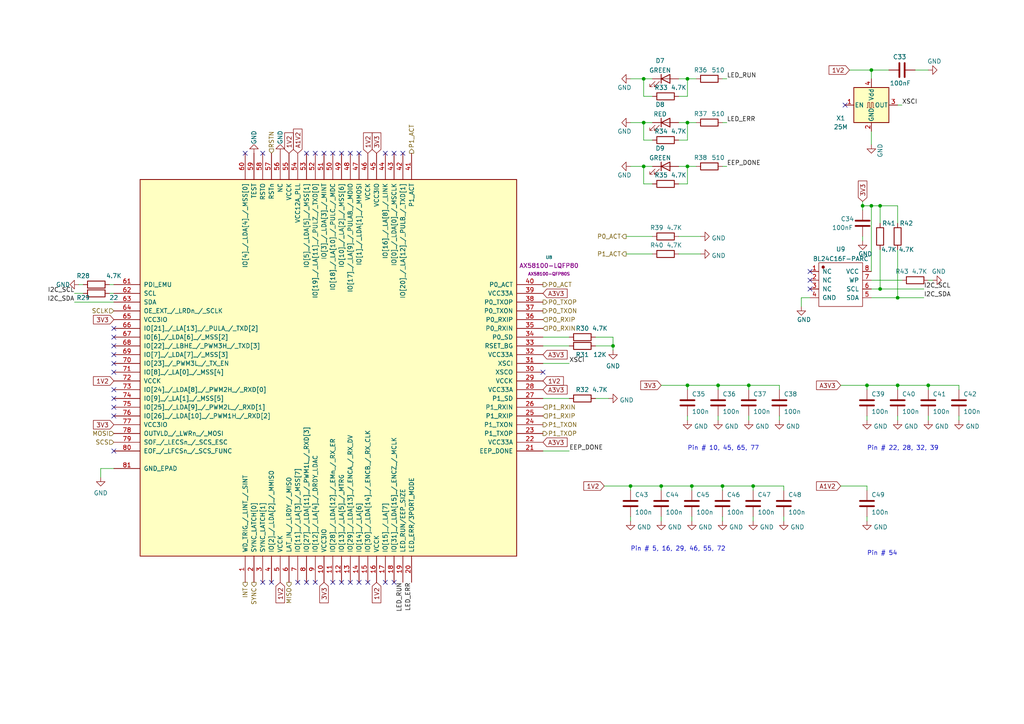
<source format=kicad_sch>
(kicad_sch (version 20211123) (generator eeschema)
  (paper "A4")
  (lib_symbols
    (symbol "Device:C" (pin_numbers hide) (pin_names (offset 0.254))
      (property "Reference" "C" (at 0.635 2.54 0))
      (property "Value" "C" (at 0.635 -2.54 0))
      (symbol "C_0_1"
        (polyline (pts (xy -2.032 -0.762) (xy 2.032 -0.762)) (stroke (width 0.508)))
        (polyline (pts (xy -2.032 0.762) (xy 2.032 0.762)) (stroke (width 0.508)))
      )
      (symbol "C_1_1"
        (pin passive line (at 0 3.81 270) (length 2.794) (name "~") (number "1"))
        (pin passive line (at 0 -3.81 90) (length 2.794) (name "~") (number "2"))
      )
    )
    (symbol "Device:LED" (pin_numbers hide) (pin_names (offset 1.016) hide)
      (property "Reference" "D" (at 0 2.54 0))
      (property "Value" "LED" (at 0 -2.54 0))
      (symbol "LED_0_1"
        (polyline (pts (xy -1.27 -1.27) (xy -1.27 1.27)) (stroke (width 0.254)))
        (polyline (pts (xy -1.27 0) (xy 1.27 0)))
        (polyline (pts (xy 1.27 -1.27) (xy 1.27 1.27) (xy -1.27 0) (xy 1.27 -1.27)) (stroke (width 0.254)))
        (polyline (pts (xy -3.048 -0.762) (xy -4.572 -2.286) (xy -3.81 -2.286) (xy -4.572 -2.286) (xy -4.572 -1.524)))
        (polyline (pts (xy -1.778 -0.762) (xy -3.302 -2.286) (xy -2.54 -2.286) (xy -3.302 -2.286) (xy -3.302 -1.524)))
      )
      (symbol "LED_1_1"
        (pin passive line (at -3.81 0 0) (length 2.54) (name "K") (number "1"))
        (pin passive line (at 3.81 0 180) (length 2.54) (name "A") (number "2"))
      )
    )
    (symbol "Device:R" (pin_numbers hide) (pin_names (offset 0))
      (property "Reference" "R" (at 2.032 0 90))
      (property "Value" "R" (at 0 0 90))
      (symbol "R_0_1"
        (rectangle (start -1.016 -2.54) (end 1.016 2.54) (stroke (width 0.254)))
      )
      (symbol "R_1_1"
        (pin passive line (at 0 3.81 270) (length 1.27) (name "~") (number "1"))
        (pin passive line (at 0 -3.81 90) (length 1.27) (name "~") (number "2"))
      )
    )
    (symbol "ECAT:AX58100-LQPF80" (pin_names (offset 1.016))
      (property "Reference" "U" (at -7.62 8.89 0))
      (property "user" "AX58100-LQFP80" (at 43.18 -50.8 0))
      (property "Comment" "AX58100-QFP80S" (at -3.81 8.89 0))
      (symbol "AX58100-LQPF80_1_1"
        (rectangle (start 0 -109.22) (end 109.22 0) (stroke (width 0.254)) (fill (type background)))
        (pin output line (at 30.48 -116.84 90) (length 7.62) (name "WD_TRIG_/_LINT_/_SINT") (number "1"))
        (pin power_in line (at 53.34 -116.84 90) (length 7.62) (name "VCC3IO") (number "10"))
        (pin bidirectional line (at 55.88 -116.84 90) (length 7.62) (name "IO[28]_/_LDA[12]_/_EMn_/_RX_ER") (number "11"))
        (pin bidirectional line (at 58.42 -116.84 90) (length 7.62) (name "IO[13]_/_LA[5]_/_MTRG") (number "12"))
        (pin bidirectional line (at 60.96 -116.84 90) (length 7.62) (name "IO[29]_/_LDA[13]_/_ENCA_/_RX_DV") (number "13"))
        (pin bidirectional line (at 63.5 -116.84 90) (length 7.62) (name "IO[14]_/_LA[6]") (number "14"))
        (pin bidirectional line (at 66.04 -116.84 90) (length 7.62) (name "IO[30]_/_LDA[14]_/_ENCB_/_RX_CLK") (number "15"))
        (pin power_in line (at 68.58 -116.84 90) (length 7.62) (name "VCCK") (number "16"))
        (pin bidirectional line (at 71.12 -116.84 90) (length 7.62) (name "IO[15]_/_LA[7]") (number "17"))
        (pin bidirectional line (at 73.66 -116.84 90) (length 7.62) (name "IO[31]_/_LDA[15]_/_ENCZ_/_MCLK") (number "18"))
        (pin output line (at 76.2 -116.84 90) (length 7.62) (name "LED_RUN/EEP_SIZE") (number "19"))
        (pin bidirectional line (at 33.02 -116.84 90) (length 7.62) (name "SYNC_LATCH[0]") (number "2"))
        (pin output line (at 78.74 -116.84 90) (length 7.62) (name "LED_ERR/3PORT_MODE") (number "20"))
        (pin output line (at 116.84 -78.74 180) (length 7.62) (name "EEP_DONE") (number "21"))
        (pin power_in line (at 116.84 -76.2 180) (length 7.62) (name "VCC33A") (number "22"))
        (pin output line (at 116.84 -73.66 180) (length 7.62) (name "P1_TXOP") (number "23"))
        (pin output line (at 116.84 -71.12 180) (length 7.62) (name "P1_TXON") (number "24"))
        (pin input line (at 116.84 -68.58 180) (length 7.62) (name "P1_RXIP") (number "25"))
        (pin input line (at 116.84 -66.04 180) (length 7.62) (name "P1_RXIN") (number "26"))
        (pin input line (at 116.84 -63.5 180) (length 7.62) (name "P1_SD") (number "27"))
        (pin power_in line (at 116.84 -60.96 180) (length 7.62) (name "VCC33A") (number "28"))
        (pin power_in line (at 116.84 -58.42 180) (length 7.62) (name "VCCK") (number "29"))
        (pin bidirectional line (at 35.56 -116.84 90) (length 7.62) (name "SYNC_LATCH[1]") (number "3"))
        (pin bidirectional line (at 116.84 -55.88 180) (length 7.62) (name "XSCO") (number "30"))
        (pin input line (at 116.84 -53.34 180) (length 7.62) (name "XSCI") (number "31"))
        (pin power_in line (at 116.84 -50.8 180) (length 7.62) (name "VCC33A") (number "32"))
        (pin bidirectional line (at 116.84 -48.26 180) (length 7.62) (name "RSET_BG") (number "33"))
        (pin input line (at 116.84 -45.72 180) (length 7.62) (name "P0_SD") (number "34"))
        (pin input line (at 116.84 -43.18 180) (length 7.62) (name "P0_RXIN") (number "35"))
        (pin input line (at 116.84 -40.64 180) (length 7.62) (name "P0_RXIP") (number "36"))
        (pin output line (at 116.84 -38.1 180) (length 7.62) (name "P0_TXON") (number "37"))
        (pin output line (at 116.84 -35.56 180) (length 7.62) (name "P0_TXOP") (number "38"))
        (pin power_in line (at 116.84 -33.02 180) (length 7.62) (name "VCC33A") (number "39"))
        (pin bidirectional line (at 38.1 -116.84 90) (length 7.62) (name "IO[2]_/_LDA[2]_/_MMISO") (number "4"))
        (pin output line (at 116.84 -30.48 180) (length 7.62) (name "P0_ACT") (number "40"))
        (pin output line (at 78.74 7.62 270) (length 7.62) (name "P1_ACT") (number "41"))
        (pin bidirectional line (at 76.2 7.62 270) (length 7.62) (name "IO[20]_/_LA[12]_/_PULB_/_TXD[1]") (number "42"))
        (pin bidirectional line (at 73.66 7.62 270) (length 7.62) (name "IO[0]_/_LDA[0]_/_MSCLK") (number "43"))
        (pin bidirectional line (at 71.12 7.62 270) (length 7.62) (name "IO[16]_/_LA[8]_/_LINK") (number "44"))
        (pin power_in line (at 68.58 7.62 270) (length 7.62) (name "VCC3IO") (number "45"))
        (pin power_in line (at 66.04 7.62 270) (length 7.62) (name "VCCK") (number "46"))
        (pin bidirectional line (at 63.5 7.62 270) (length 7.62) (name "IO[1]_/_LDA[1]_/_MMOSI") (number "47"))
        (pin bidirectional line (at 60.96 7.62 270) (length 7.62) (name "IO[17]_/_LA[9]_/_PULAB_/_MDIO") (number "48"))
        (pin bidirectional line (at 58.42 7.62 270) (length 7.62) (name "IO[10]_/_LA[2]_/_MSS[6]") (number "49"))
        (pin power_in line (at 40.64 -116.84 90) (length 7.62) (name "VCCK") (number "5"))
        (pin bidirectional line (at 55.88 7.62 270) (length 7.62) (name "IO[18]_/_LA[10]_/_PULC_/_MDC") (number "50"))
        (pin bidirectional line (at 53.34 7.62 270) (length 7.62) (name "IO[3]_/_LDA[3]_/_MINT") (number "51"))
        (pin bidirectional line (at 50.8 7.62 270) (length 7.62) (name "IO[19]_/_LA[11]_/_PULZ_/_TXD[0]") (number "52"))
        (pin bidirectional line (at 48.26 7.62 270) (length 7.62) (name "IO[5]_/_LDA[5]_/_MSS[1]") (number "53"))
        (pin power_in line (at 45.72 7.62 270) (length 7.62) (name "VCC12A_PLL") (number "54"))
        (pin power_in line (at 43.18 7.62 270) (length 7.62) (name "VCCK") (number "55"))
        (pin input line (at 40.64 7.62 270) (length 7.62) (name "NC") (number "56"))
        (pin input line (at 38.1 7.62 270) (length 7.62) (name "RSTn") (number "57"))
        (pin output line (at 35.56 7.62 270) (length 7.62) (name "RSTO") (number "58"))
        (pin input line (at 33.02 7.62 270) (length 7.62) (name "TEST") (number "59"))
        (pin bidirectional line (at 43.18 -116.84 90) (length 7.62) (name "LAT_IN_/_LRDY_/_MISO") (number "6"))
        (pin bidirectional line (at 30.48 7.62 270) (length 7.62) (name "IO[4]_/_LDA[4]_/_MSS[0]") (number "60"))
        (pin input line (at -7.62 -30.48 0) (length 7.62) (name "PDI_EMU") (number "61"))
        (pin output line (at -7.62 -33.02 0) (length 7.62) (name "SCL") (number "62"))
        (pin bidirectional line (at -7.62 -35.56 0) (length 7.62) (name "SDA") (number "63"))
        (pin input line (at -7.62 -38.1 0) (length 7.62) (name "OE_EXT_/_LRDn_/_SCLK") (number "64"))
        (pin power_in line (at -7.62 -40.64 0) (length 7.62) (name "VCC3IO") (number "65"))
        (pin bidirectional line (at -7.62 -43.18 0) (length 7.62) (name "IO[21]_/_LA[13]_/_PULA_/_TXD[2]") (number "66"))
        (pin bidirectional line (at -7.62 -45.72 0) (length 7.62) (name "IO[6]_/_LDA[6]_/_MSS[2]") (number "67"))
        (pin bidirectional line (at -7.62 -48.26 0) (length 7.62) (name "IO[22]_/_LBHE_/_PWM3H_/_TXD[3]") (number "68"))
        (pin bidirectional line (at -7.62 -50.8 0) (length 7.62) (name "IO[7]_/_LDA[7]_/_MSS[3]") (number "69"))
        (pin bidirectional line (at 45.72 -116.84 90) (length 7.62) (name "IO[11]_/_LA[3]_/_MSS[7]") (number "7"))
        (pin bidirectional line (at -7.62 -53.34 0) (length 7.62) (name "IO[23]_/_PWM3L_/_TX_EN") (number "70"))
        (pin bidirectional line (at -7.62 -55.88 0) (length 7.62) (name "IO[8]_/_LA[0]_/_MSS[4]") (number "71"))
        (pin power_in line (at -7.62 -58.42 0) (length 7.62) (name "VCCK") (number "72"))
        (pin bidirectional line (at -7.62 -60.96 0) (length 7.62) (name "IO[24]_/_LDA[8]_/_PWM2H_/_RXD[0]") (number "73"))
        (pin bidirectional line (at -7.62 -63.5 0) (length 7.62) (name "IO[9]_/_LA[1]_/_MSS[5]") (number "74"))
        (pin bidirectional line (at -7.62 -66.04 0) (length 7.62) (name "IO[25]_/_LDA[9]_/_PWM2L_/_RXD[1]") (number "75"))
        (pin bidirectional line (at -7.62 -68.58 0) (length 7.62) (name "IO[26]_/_LDA[10]_/_PWM1H_/_RXD[2]") (number "76"))
        (pin power_in line (at -7.62 -71.12 0) (length 7.62) (name "VCC3IO") (number "77"))
        (pin bidirectional line (at -7.62 -73.66 0) (length 7.62) (name "OUTVLD_/_LWRn_/_MOSI") (number "78"))
        (pin bidirectional line (at -7.62 -76.2 0) (length 7.62) (name "SOF_/_LECSn_/_SCS_ESC") (number "79"))
        (pin bidirectional line (at 48.26 -116.84 90) (length 7.62) (name "IO[27]_/_LDA[11]_/_PWM1L_/_RXD[3]") (number "8"))
        (pin bidirectional line (at -7.62 -78.74 0) (length 7.62) (name "EOF_/_LFCSn_/_SCS_FUNC") (number "80"))
        (pin power_in line (at -7.62 -83.82 0) (length 7.62) (name "GND_EPAD") (number "81"))
        (pin bidirectional line (at 50.8 -116.84 90) (length 7.62) (name "IO[12]_/_LA[4]_/_DRDY_LDAC") (number "9"))
      )
    )
    (symbol "ECAT:BL24C16F-PARC" (pin_names (offset 1.016))
      (property "Reference" "U" (at 0 8.9662 0))
      (property "Value" "BL24C16F-PARC" (at 0 14.0462 0))
      (symbol "BL24C16F-PARC_1_1"
        (rectangle (start -6.35 6.35) (end 6.35 -6.35) (stroke (width 0.1524)))
        (circle (center -5.08 5.08) (radius 0.381) (stroke (width 0.1524)) (fill (type outline)))
        (pin input line (at -8.89 3.81 0) (length 2.54) (name "NC") (number "1"))
        (pin input line (at -8.89 1.27 0) (length 2.54) (name "NC") (number "2"))
        (pin input line (at -8.89 -1.27 0) (length 2.54) (name "NC") (number "3"))
        (pin input line (at -8.89 -3.81 0) (length 2.54) (name "GND") (number "4"))
        (pin input line (at 8.89 -3.81 180) (length 2.54) (name "SDA") (number "5"))
        (pin input line (at 8.89 -1.27 180) (length 2.54) (name "SCL") (number "6"))
        (pin input line (at 8.89 1.27 180) (length 2.54) (name "WP") (number "7"))
        (pin input line (at 8.89 3.81 180) (length 2.54) (name "VCC") (number "8"))
      )
    )
    (symbol "Oscillator:ASE-xxxMHz" (pin_names (offset 0.254))
      (property "Reference" "X" (at -5.08 6.35 0))
      (property "Value" "ASE-xxxMHz" (at 1.27 -6.35 0))
      (symbol "ASE-xxxMHz_0_1"
        (rectangle (start -5.08 5.08) (end 5.08 -5.08) (stroke (width 0.254)) (fill (type background)))
        (polyline (pts (xy -1.27 -0.762) (xy -1.016 -0.762) (xy -1.016 0.762) (xy -0.508 0.762) (xy -0.508 -0.762) (xy 0 -0.762) (xy 0 0.762) (xy 0.508 0.762) (xy 0.508 -0.762) (xy 0.762 -0.762)))
      )
      (symbol "ASE-xxxMHz_1_1"
        (pin input line (at -7.62 0 0) (length 2.54) (name "EN") (number "1"))
        (pin power_in line (at 0 -7.62 90) (length 2.54) (name "GND") (number "2"))
        (pin output line (at 7.62 0 180) (length 2.54) (name "OUT") (number "3"))
        (pin power_in line (at 0 7.62 270) (length 2.54) (name "Vdd") (number "4"))
      )
    )
    (symbol "power:GND" (power) (pin_names (offset 0))
      (property "Value" "GND" (at 0 -3.81 0))
      (symbol "GND_0_1"
        (polyline (pts (xy 0 0) (xy 0 -1.27) (xy 1.27 -1.27) (xy 0 -2.54) (xy -1.27 -1.27) (xy 0 -1.27)))
      )
      (symbol "GND_1_1"
        (pin power_in line (at 0 0 270) (length 0) hide (name "GND") (number "1"))
      )
    )
  )
  (junction (at 260.35 111.76))
  (junction (at 199.39 48.26))
  (junction (at 255.27 59.69))
  (junction (at 218.44 140.97))
  (junction (at 177.8 100.33))
  (junction (at 251.46 111.76))
  (junction (at 252.73 20.32))
  (junction (at 217.17 111.76))
  (junction (at 191.77 140.97))
  (junction (at 199.39 111.76))
  (junction (at 199.39 35.56))
  (junction (at 186.69 35.56))
  (junction (at 200.66 140.97))
  (junction (at 269.24 111.76))
  (junction (at 186.69 22.86))
  (junction (at 250.19 59.69))
  (junction (at 208.28 111.76))
  (junction (at 199.39 22.86))
  (junction (at 182.88 140.97))
  (junction (at 209.55 140.97))
  (junction (at 260.35 86.36))
  (junction (at 186.69 48.26))
  (junction (at 255.27 83.82))
  (junction (at 252.73 59.69))
  (no_connect (at 33.02 130.81))
  (no_connect (at 234.95 78.74))
  (no_connect (at 234.95 81.28))
  (no_connect (at 234.95 83.82))
  (no_connect (at 71.12 44.45))
  (no_connect (at 76.2 44.45))
  (no_connect (at 101.6 44.45))
  (no_connect (at 104.14 44.45))
  (no_connect (at 99.06 44.45))
  (no_connect (at 88.9 44.45))
  (no_connect (at 91.44 44.45))
  (no_connect (at 93.98 44.45))
  (no_connect (at 96.52 44.45))
  (no_connect (at 157.48 107.95))
  (no_connect (at 33.02 120.65))
  (no_connect (at 33.02 118.11))
  (no_connect (at 33.02 115.57))
  (no_connect (at 33.02 113.03))
  (no_connect (at 111.76 168.91))
  (no_connect (at 114.3 168.91))
  (no_connect (at 114.3 44.45))
  (no_connect (at 33.02 107.95))
  (no_connect (at 33.02 105.41))
  (no_connect (at 33.02 102.87))
  (no_connect (at 33.02 100.33))
  (no_connect (at 33.02 97.79))
  (no_connect (at 33.02 95.25))
  (no_connect (at 245.11 30.48))
  (no_connect (at 111.76 44.45))
  (no_connect (at 116.84 44.45))
  (no_connect (at 106.68 168.91))
  (no_connect (at 101.6 168.91))
  (no_connect (at 104.14 168.91))
  (no_connect (at 76.2 168.91))
  (no_connect (at 78.74 168.91))
  (no_connect (at 86.36 168.91))
  (no_connect (at 88.9 168.91))
  (no_connect (at 91.44 168.91))
  (no_connect (at 96.52 168.91))
  (no_connect (at 99.06 168.91))
  (wire (pts (xy 199.39 111.76) (xy 208.28 111.76)))
  (wire (pts (xy 182.88 140.97) (xy 191.77 140.97)))
  (wire (pts (xy 218.44 149.86) (xy 218.44 151.13)))
  (wire (pts (xy 177.8 100.33) (xy 177.8 97.79)))
  (wire (pts (xy 250.19 58.42) (xy 250.19 59.69)))
  (wire (pts (xy 210.82 48.26) (xy 209.55 48.26)))
  (wire (pts (xy 172.72 100.33) (xy 177.8 100.33)))
  (wire (pts (xy 208.28 111.76) (xy 217.17 111.76)))
  (wire (pts (xy 243.84 111.76) (xy 251.46 111.76)))
  (wire (pts (xy 157.48 115.57) (xy 165.1 115.57)))
  (wire (pts (xy 199.39 120.65) (xy 199.39 121.92)))
  (wire (pts (xy 255.27 83.82) (xy 267.97 83.82)))
  (wire (pts (xy 181.61 68.58) (xy 189.23 68.58)))
  (wire (pts (xy 227.33 149.86) (xy 227.33 151.13)))
  (wire (pts (xy 29.21 138.43) (xy 29.21 135.89)))
  (wire (pts (xy 196.85 48.26) (xy 199.39 48.26)))
  (wire (pts (xy 181.61 73.66) (xy 189.23 73.66)))
  (wire (pts (xy 252.73 83.82) (xy 255.27 83.82)))
  (wire (pts (xy 191.77 111.76) (xy 199.39 111.76)))
  (wire (pts (xy 269.24 120.65) (xy 269.24 121.92)))
  (wire (pts (xy 200.66 140.97) (xy 200.66 142.24)))
  (wire (pts (xy 218.44 140.97) (xy 218.44 142.24)))
  (wire (pts (xy 265.43 20.32) (xy 269.24 20.32)))
  (wire (pts (xy 260.35 111.76) (xy 269.24 111.76)))
  (wire (pts (xy 196.85 27.94) (xy 199.39 27.94)))
  (wire (pts (xy 260.35 72.39) (xy 260.35 86.36)))
  (wire (pts (xy 199.39 35.56) (xy 201.93 35.56)))
  (wire (pts (xy 199.39 53.34) (xy 199.39 48.26)))
  (wire (pts (xy 252.73 81.28) (xy 261.62 81.28)))
  (wire (pts (xy 269.24 111.76) (xy 278.13 111.76)))
  (wire (pts (xy 251.46 111.76) (xy 260.35 111.76)))
  (wire (pts (xy 255.27 59.69) (xy 252.73 59.69)))
  (wire (pts (xy 21.59 85.09) (xy 24.13 85.09)))
  (wire (pts (xy 157.48 100.33) (xy 165.1 100.33)))
  (wire (pts (xy 200.66 140.97) (xy 209.55 140.97)))
  (wire (pts (xy 200.66 149.86) (xy 200.66 151.13)))
  (wire (pts (xy 191.77 140.97) (xy 200.66 140.97)))
  (wire (pts (xy 186.69 48.26) (xy 189.23 48.26)))
  (wire (pts (xy 196.85 40.64) (xy 199.39 40.64)))
  (wire (pts (xy 252.73 38.1) (xy 252.73 41.91)))
  (wire (pts (xy 260.35 111.76) (xy 260.35 113.03)))
  (wire (pts (xy 196.85 22.86) (xy 199.39 22.86)))
  (wire (pts (xy 246.38 20.32) (xy 252.73 20.32)))
  (wire (pts (xy 255.27 72.39) (xy 255.27 83.82)))
  (wire (pts (xy 191.77 140.97) (xy 191.77 142.24)))
  (wire (pts (xy 196.85 53.34) (xy 199.39 53.34)))
  (wire (pts (xy 250.19 59.69) (xy 250.19 60.96)))
  (wire (pts (xy 209.55 140.97) (xy 218.44 140.97)))
  (wire (pts (xy 251.46 120.65) (xy 251.46 121.92)))
  (wire (pts (xy 189.23 27.94) (xy 186.69 27.94)))
  (wire (pts (xy 255.27 64.77) (xy 255.27 59.69)))
  (wire (pts (xy 260.35 64.77) (xy 260.35 59.69)))
  (wire (pts (xy 209.55 149.86) (xy 209.55 151.13)))
  (wire (pts (xy 252.73 59.69) (xy 250.19 59.69)))
  (wire (pts (xy 199.39 40.64) (xy 199.39 35.56)))
  (wire (pts (xy 186.69 22.86) (xy 189.23 22.86)))
  (wire (pts (xy 186.69 53.34) (xy 186.69 48.26)))
  (wire (pts (xy 31.75 85.09) (xy 33.02 85.09)))
  (wire (pts (xy 182.88 140.97) (xy 182.88 142.24)))
  (wire (pts (xy 243.84 140.97) (xy 251.46 140.97)))
  (wire (pts (xy 252.73 20.32) (xy 252.73 22.86)))
  (wire (pts (xy 218.44 140.97) (xy 227.33 140.97)))
  (wire (pts (xy 261.62 30.48) (xy 260.35 30.48)))
  (wire (pts (xy 260.35 86.36) (xy 267.97 86.36)))
  (wire (pts (xy 21.59 87.63) (xy 33.02 87.63)))
  (wire (pts (xy 165.1 130.81) (xy 157.48 130.81)))
  (wire (pts (xy 217.17 120.65) (xy 217.17 121.92)))
  (wire (pts (xy 269.24 111.76) (xy 269.24 113.03)))
  (wire (pts (xy 251.46 149.86) (xy 251.46 151.13)))
  (wire (pts (xy 252.73 86.36) (xy 260.35 86.36)))
  (wire (pts (xy 31.75 82.55) (xy 33.02 82.55)))
  (wire (pts (xy 177.8 101.6) (xy 177.8 100.33)))
  (wire (pts (xy 199.39 111.76) (xy 199.39 113.03)))
  (wire (pts (xy 172.72 115.57) (xy 176.53 115.57)))
  (wire (pts (xy 251.46 111.76) (xy 251.46 113.03)))
  (wire (pts (xy 22.86 82.55) (xy 24.13 82.55)))
  (wire (pts (xy 196.85 35.56) (xy 199.39 35.56)))
  (wire (pts (xy 226.06 120.65) (xy 226.06 121.92)))
  (wire (pts (xy 186.69 27.94) (xy 186.69 22.86)))
  (wire (pts (xy 269.24 81.28) (xy 270.51 81.28)))
  (wire (pts (xy 165.1 105.41) (xy 157.48 105.41)))
  (wire (pts (xy 175.26 140.97) (xy 182.88 140.97)))
  (wire (pts (xy 260.35 59.69) (xy 255.27 59.69)))
  (wire (pts (xy 217.17 111.76) (xy 226.06 111.76)))
  (wire (pts (xy 209.55 140.97) (xy 209.55 142.24)))
  (wire (pts (xy 252.73 20.32) (xy 257.81 20.32)))
  (wire (pts (xy 208.28 120.65) (xy 208.28 121.92)))
  (wire (pts (xy 182.88 22.86) (xy 186.69 22.86)))
  (wire (pts (xy 210.82 22.86) (xy 209.55 22.86)))
  (wire (pts (xy 199.39 48.26) (xy 201.93 48.26)))
  (wire (pts (xy 189.23 40.64) (xy 186.69 40.64)))
  (wire (pts (xy 182.88 35.56) (xy 186.69 35.56)))
  (wire (pts (xy 278.13 111.76) (xy 278.13 113.03)))
  (wire (pts (xy 226.06 111.76) (xy 226.06 113.03)))
  (wire (pts (xy 227.33 140.97) (xy 227.33 142.24)))
  (wire (pts (xy 29.21 135.89) (xy 33.02 135.89)))
  (wire (pts (xy 157.48 97.79) (xy 165.1 97.79)))
  (wire (pts (xy 232.41 88.9) (xy 232.41 86.36)))
  (wire (pts (xy 196.85 73.66) (xy 203.2 73.66)))
  (wire (pts (xy 186.69 35.56) (xy 189.23 35.56)))
  (wire (pts (xy 251.46 140.97) (xy 251.46 142.24)))
  (wire (pts (xy 210.82 35.56) (xy 209.55 35.56)))
  (wire (pts (xy 217.17 111.76) (xy 217.17 113.03)))
  (wire (pts (xy 196.85 68.58) (xy 203.2 68.58)))
  (wire (pts (xy 252.73 78.74) (xy 252.73 59.69)))
  (wire (pts (xy 182.88 149.86) (xy 182.88 151.13)))
  (wire (pts (xy 278.13 120.65) (xy 278.13 121.92)))
  (wire (pts (xy 250.19 68.58) (xy 250.19 69.85)))
  (wire (pts (xy 199.39 22.86) (xy 201.93 22.86)))
  (wire (pts (xy 177.8 97.79) (xy 172.72 97.79)))
  (wire (pts (xy 191.77 149.86) (xy 191.77 151.13)))
  (wire (pts (xy 260.35 120.65) (xy 260.35 121.92)))
  (wire (pts (xy 182.88 48.26) (xy 186.69 48.26)))
  (wire (pts (xy 186.69 40.64) (xy 186.69 35.56)))
  (wire (pts (xy 208.28 111.76) (xy 208.28 113.03)))
  (wire (pts (xy 189.23 53.34) (xy 186.69 53.34)))
  (wire (pts (xy 232.41 86.36) (xy 234.95 86.36)))
  (wire (pts (xy 199.39 27.94) (xy 199.39 22.86)))
  (text "Pin # 5, 16, 29, 46, 55, 72" (at 182.88 160.02 0) (effects (font (size 1.27 1.27)) (justify left bottom)))
  (text "Pin # 10, 45, 65, 77" (at 199.39 130.81 0) (effects (font (size 1.27 1.27)) (justify left bottom)))
  (text "Pin # 54" (at 251.46 161.29 0) (effects (font (size 1.27 1.27)) (justify left bottom)))
  (text "Pin # 22, 28, 32, 39" (at 251.46 130.81 0) (effects (font (size 1.27 1.27)) (justify left bottom)))
  (label "I2C_SCL" (at 267.97 83.82 0))
  (label "I2C_SCL" (at 21.59 85.09 180))
  (label "LED_ERR" (at 119.38 168.91 270))
  (label "LED_RUN" (at 116.84 168.91 270))
  (label "EEP_DONE" (at 165.1 130.81 0))
  (label "EEP_DONE" (at 210.82 48.26 0))
  (label "I2C_SDA" (at 267.97 86.36 0))
  (label "LED_RUN" (at 210.82 22.86 0))
  (label "XSCI" (at 165.1 105.41 0))
  (label "XSCI" (at 261.62 30.48 0))
  (label "I2C_SDA" (at 21.59 87.63 180))
  (label "LED_ERR" (at 210.82 35.56 0))
  (global_label "A3V3" (shape input) (at 157.48 102.87 0) (property "Intersheet References" "${INTERSHEET_REFS}" (effects hide)))
  (global_label "1V2" (shape input) (at 33.02 110.49 180) (property "Intersheet References" "${INTERSHEET_REFS}" (effects hide)))
  (global_label "A3V3" (shape input) (at 157.48 113.03 0) (property "Intersheet References" "${INTERSHEET_REFS}" (effects hide)))
  (global_label "A3V3" (shape input) (at 157.48 85.09 0) (property "Intersheet References" "${INTERSHEET_REFS}" (effects hide)))
  (global_label "1V2" (shape input) (at 109.22 168.91 270) (property "Intersheet References" "${INTERSHEET_REFS}" (effects hide)))
  (global_label "3V3" (shape input) (at 33.02 92.71 180) (property "Intersheet References" "${INTERSHEET_REFS}" (effects hide)))
  (global_label "1V2" (shape input) (at 81.28 168.91 270) (property "Intersheet References" "${INTERSHEET_REFS}" (effects hide)))
  (global_label "3V3" (shape input) (at 93.98 168.91 270) (property "Intersheet References" "${INTERSHEET_REFS}" (effects hide)))
  (global_label "1V2" (shape input) (at 106.68 44.45 90) (property "Intersheet References" "${INTERSHEET_REFS}" (effects hide)))
  (global_label "3V3" (shape input) (at 109.22 44.45 90) (property "Intersheet References" "${INTERSHEET_REFS}" (effects hide)))
  (global_label "3V3" (shape input) (at 250.19 58.42 90) (property "Intersheet References" "${INTERSHEET_REFS}" (effects hide)))
  (global_label "1V2" (shape input) (at 246.38 20.32 180) (property "Intersheet References" "${INTERSHEET_REFS}" (effects hide)))
  (global_label "1V2" (shape input) (at 157.48 110.49 0) (property "Intersheet References" "${INTERSHEET_REFS}" (effects hide)))
  (global_label "A3V3" (shape input) (at 157.48 128.27 0) (property "Intersheet References" "${INTERSHEET_REFS}" (effects hide)))
  (global_label "1V2" (shape input) (at 175.26 140.97 180) (property "Intersheet References" "${INTERSHEET_REFS}" (effects hide)))
  (global_label "1V2" (shape input) (at 83.82 44.45 90) (property "Intersheet References" "${INTERSHEET_REFS}" (effects hide)))
  (global_label "A1V2" (shape input) (at 86.36 44.45 90) (property "Intersheet References" "${INTERSHEET_REFS}" (effects hide)))
  (global_label "A1V2" (shape input) (at 243.84 140.97 180) (property "Intersheet References" "${INTERSHEET_REFS}" (effects hide)))
  (global_label "3V3" (shape input) (at 33.02 123.19 180) (property "Intersheet References" "${INTERSHEET_REFS}" (effects hide)))
  (global_label "A3V3" (shape input) (at 243.84 111.76 180) (property "Intersheet References" "${INTERSHEET_REFS}" (effects hide)))
  (global_label "3V3" (shape input) (at 191.77 111.76 180) (property "Intersheet References" "${INTERSHEET_REFS}" (effects hide)))
  (hierarchical_label "SYNC" (shape output) (at 73.66 168.91 270))
  (hierarchical_label "P1_TXOP" (shape output) (at 157.48 125.73 0))
  (hierarchical_label "P0_RXIP" (shape input) (at 157.48 92.71 0))
  (hierarchical_label "RSTN" (shape input) (at 78.74 44.45 90))
  (hierarchical_label "SCLK" (shape input) (at 33.02 90.17 180))
  (hierarchical_label "SCS" (shape input) (at 33.02 128.27 180))
  (hierarchical_label "P1_RXIP" (shape input) (at 157.48 120.65 0))
  (hierarchical_label "P0_TXOP" (shape output) (at 157.48 87.63 0))
  (hierarchical_label "P1_ACT" (shape output) (at 119.38 44.45 90))
  (hierarchical_label "P1_TXON" (shape output) (at 157.48 123.19 0))
  (hierarchical_label "P0_TXON" (shape output) (at 157.48 90.17 0))
  (hierarchical_label "INT" (shape output) (at 71.12 168.91 270))
  (hierarchical_label "P1_RXIN" (shape input) (at 157.48 118.11 0))
  (hierarchical_label "MOSI" (shape input) (at 33.02 125.73 180))
  (hierarchical_label "MISO" (shape output) (at 83.82 168.91 270))
  (hierarchical_label "P0_RXIN" (shape input) (at 157.48 95.25 0))
  (hierarchical_label "P0_ACT" (shape output) (at 181.61 68.58 180))
  (hierarchical_label "P0_ACT" (shape output) (at 157.48 82.55 0))
  (hierarchical_label "P1_ACT" (shape output) (at 181.61 73.66 180))
  (symbol (lib_id "power:GND") (at 251.46 121.92 0) (unit 1)
    (property "Reference" "#PWR0122" (effects hide))
    (property "Value" "GND" (at 253.365 123.669 0) (effects (justify left)))
  )
  (symbol (lib_id "power:GND") (at 182.88 151.13 0) (unit 1)
    (property "Reference" "#PWR0158" (effects hide))
    (property "Value" "GND" (at 184.785 152.879 0) (effects (justify left)))
  )
  (symbol (lib_id "Device:C") (at 218.44 146.05 0) (unit 1)
    (property "Reference" "C47" (at 219.71 143.51 0) (effects (justify left)))
    (property "Value" "100n" (at 219.71 148.59 0) (effects (justify left)))
    (property "Footprint" "Capacitor_SMD:C_0603_1608Metric" (effects hide))
  )
  (symbol (lib_id "power:GND") (at 227.33 151.13 0) (unit 1)
    (property "Reference" "#PWR0129" (effects hide))
    (property "Value" "GND" (at 229.235 152.879 0) (effects (justify left)))
  )
  (symbol (lib_id "power:GND") (at 81.28 44.45 180) (unit 1)
    (property "Reference" "#PWR0160" (effects hide))
    (property "Value" "GND" (at 81.28 41.91 90) (effects (justify right)))
  )
  (symbol (lib_id "Device:R") (at 205.74 22.86 90) (unit 1)
    (property "Reference" "R36" (at 203.2 20.32 90))
    (property "Value" "510" (at 208.28 20.32 90))
    (property "Footprint" "Resistor_SMD:R_0603_1608Metric" (effects hide))
  )
  (symbol (lib_id "Device:R") (at 265.43 81.28 90) (unit 1)
    (property "Reference" "R43" (at 261.62 78.74 90))
    (property "Value" "4.7K" (at 266.7 78.74 90))
    (property "Footprint" "Resistor_SMD:R_0603_1608Metric" (effects hide))
  )
  (symbol (lib_id "power:GND") (at 29.21 138.43 0) (unit 1)
    (property "Reference" "#PWR0164" (effects hide))
    (property "Value" "GND" (at 29.21 142.9925 0))
  )
  (symbol (lib_id "power:GND") (at 182.88 22.86 270) (unit 1)
    (property "Reference" "#PWR0170" (effects hide))
    (property "Value" "GND" (at 179.07 25.4 90) (effects (justify left)))
  )
  (symbol (lib_id "Device:LED") (at 193.04 48.26 0) (unit 1)
    (property "Reference" "D9" (at 191.4525 43.0235 0))
    (property "Value" "GREEN" (at 191.4525 45.7986 0))
    (property "Footprint" "LED_SMD:LED_0603_1608Metric" (effects hide))
  )
  (symbol (lib_id "Device:C") (at 217.17 116.84 0) (unit 1)
    (property "Reference" "C37" (at 218.44 114.3 0) (effects (justify left)))
    (property "Value" "100n" (at 218.44 119.38 0) (effects (justify left)))
    (property "Footprint" "Capacitor_SMD:C_0603_1608Metric" (effects hide))
  )
  (symbol (lib_id "Device:C") (at 278.13 116.84 0) (unit 1)
    (property "Reference" "C42" (at 279.4 114.3 0) (effects (justify left)))
    (property "Value" "100n" (at 279.4 119.38 0) (effects (justify left)))
    (property "Footprint" "Capacitor_SMD:C_0603_1608Metric" (effects hide))
  )
  (symbol (lib_id "power:GND") (at 199.39 121.92 0) (unit 1)
    (property "Reference" "#PWR0135" (effects hide))
    (property "Value" "GND" (at 201.295 123.669 0) (effects (justify left)))
  )
  (symbol (lib_id "Device:C") (at 227.33 146.05 0) (unit 1)
    (property "Reference" "C48" (at 228.6 143.51 0) (effects (justify left)))
    (property "Value" "100n" (at 228.6 148.59 0) (effects (justify left)))
    (property "Footprint" "Capacitor_SMD:C_0603_1608Metric" (effects hide))
  )
  (symbol (lib_id "power:GND") (at 176.53 115.57 90) (unit 1)
    (property "Reference" "#PWR0163" (effects hide))
    (property "Value" "GND" (at 179.705 116.049 90) (effects (justify right)))
  )
  (symbol (lib_id "power:GND") (at 278.13 121.92 0) (unit 1)
    (property "Reference" "#PWR0123" (effects hide))
    (property "Value" "GND" (at 280.035 123.669 0) (effects (justify left)))
  )
  (symbol (lib_id "power:GND") (at 73.66 44.45 180) (unit 1)
    (property "Reference" "#PWR0161" (effects hide))
    (property "Value" "GND" (at 73.66 41.91 90) (effects (justify right)))
  )
  (symbol (lib_id "Device:R") (at 255.27 68.58 0) (unit 1)
    (property "Reference" "R41" (at 257.81 64.77 0))
    (property "Value" "4.7K" (at 257.81 72.39 0))
    (property "Footprint" "Resistor_SMD:R_0603_1608Metric" (effects hide))
  )
  (symbol (lib_id "Device:C") (at 209.55 146.05 0) (unit 1)
    (property "Reference" "C46" (at 210.82 143.51 0) (effects (justify left)))
    (property "Value" "100n" (at 210.82 148.59 0) (effects (justify left)))
    (property "Footprint" "Capacitor_SMD:C_0603_1608Metric" (effects hide))
  )
  (symbol (lib_id "Device:R") (at 193.04 68.58 90) (unit 1)
    (property "Reference" "R39" (at 190.5 66.04 90))
    (property "Value" "4.7K" (at 195.58 66.04 90))
    (property "Footprint" "Resistor_SMD:R_0603_1608Metric" (effects hide))
  )
  (symbol (lib_id "Device:C") (at 191.77 146.05 0) (unit 1)
    (property "Reference" "C44" (at 193.04 143.51 0) (effects (justify left)))
    (property "Value" "100n" (at 193.04 148.59 0) (effects (justify left)))
    (property "Footprint" "Capacitor_SMD:C_0603_1608Metric" (effects hide))
  )
  (symbol (lib_id "Device:C") (at 208.28 116.84 0) (unit 1)
    (property "Reference" "C36" (at 209.55 114.3 0) (effects (justify left)))
    (property "Value" "100n" (at 209.55 119.38 0) (effects (justify left)))
    (property "Footprint" "Capacitor_SMD:C_0603_1608Metric" (effects hide))
  )
  (symbol (lib_id "power:GND") (at 226.06 121.92 0) (unit 1)
    (property "Reference" "#PWR0132" (effects hide))
    (property "Value" "GND" (at 227.965 123.669 0) (effects (justify left)))
  )
  (symbol (lib_id "Device:R") (at 168.91 115.57 90) (unit 1)
    (property "Reference" "R32" (at 168.91 113.03 90))
    (property "Value" "4.7K" (at 173.99 113.03 90))
    (property "Footprint" "Resistor_SMD:R_0603_1608Metric" (effects hide))
  )
  (symbol (lib_id "Device:C") (at 251.46 116.84 0) (unit 1)
    (property "Reference" "C39" (at 252.73 114.3 0) (effects (justify left)))
    (property "Value" "100n" (at 252.73 119.38 0) (effects (justify left)))
    (property "Footprint" "Capacitor_SMD:C_0603_1608Metric" (effects hide))
  )
  (symbol (lib_id "Device:R") (at 193.04 73.66 90) (unit 1)
    (property "Reference" "R40" (at 190.5 71.12 90))
    (property "Value" "4.7K" (at 195.58 71.12 90))
    (property "Footprint" "Resistor_SMD:R_0603_1608Metric" (effects hide))
  )
  (symbol (lib_id "power:GND") (at 22.86 82.55 270) (unit 1)
    (property "Reference" "#PWR0165" (effects hide))
    (property "Value" "GND" (at 20.32 82.55 90) (effects (justify right)))
  )
  (symbol (lib_id "power:GND") (at 217.17 121.92 0) (unit 1)
    (property "Reference" "#PWR0133" (effects hide))
    (property "Value" "GND" (at 219.075 123.669 0) (effects (justify left)))
  )
  (symbol (lib_id "power:GND") (at 191.77 151.13 0) (unit 1)
    (property "Reference" "#PWR0144" (effects hide))
    (property "Value" "GND" (at 193.675 152.879 0) (effects (justify left)))
  )
  (symbol (lib_id "power:GND") (at 203.2 73.66 90) (unit 1)
    (property "Reference" "#PWR0166" (effects hide))
    (property "Value" "GND" (at 206.375 74.139 90) (effects (justify right)))
  )
  (symbol (lib_id "Device:R") (at 27.94 82.55 90) (unit 1)
    (property "Reference" "R28" (at 24.13 80.01 90))
    (property "Value" "4.7K" (at 33.02 80.01 90))
    (property "Footprint" "Resistor_SMD:R_0603_1608Metric" (effects hide))
  )
  (symbol (lib_id "ECAT:AX58100-LQPF80") (at 40.64 52.07 0) (unit 1)
    (property "Reference" "U8" (at 159.2285 74.649 0) (effects (font (size 0.889 0.889))))
    (property "Value" "AX58100-LQPF80" (effects hide))
    (property "Footprint" "EXTRA IC:AX58100-QFP80" (effects hide))
    (property "user" "AX58100-LQFP80" (at 159.2285 77.0458 0))
    (property "Comment" "AX58100-QFP80S" (at 159.2285 79.4426 0) (effects (font (size 0.889 0.889))))
  )
  (symbol (lib_id "Device:C") (at 199.39 116.84 0) (unit 1)
    (property "Reference" "C35" (at 200.66 114.3 0) (effects (justify left)))
    (property "Value" "100n" (at 200.66 119.38 0) (effects (justify left)))
    (property "Footprint" "Capacitor_SMD:C_0603_1608Metric" (effects hide))
  )
  (symbol (lib_id "Device:R") (at 193.04 40.64 90) (unit 1)
    (property "Reference" "R34" (at 191.77 38.1 90))
    (property "Value" "4.7K" (at 196.85 38.1 90))
    (property "Footprint" "Resistor_SMD:R_0603_1608Metric" (effects hide))
  )
  (symbol (lib_id "Device:R") (at 205.74 35.56 90) (unit 1)
    (property "Reference" "R37" (at 203.2 33.02 90))
    (property "Value" "510" (at 208.28 33.02 90))
    (property "Footprint" "Resistor_SMD:R_0603_1608Metric" (effects hide))
  )
  (symbol (lib_id "Device:R") (at 193.04 53.34 90) (unit 1)
    (property "Reference" "R35" (at 191.77 50.8 90))
    (property "Value" "4.7K" (at 196.85 50.8 90))
    (property "Footprint" "Resistor_SMD:R_0603_1608Metric" (effects hide))
  )
  (symbol (lib_id "power:GND") (at 182.88 35.56 270) (unit 1)
    (property "Reference" "#PWR0169" (effects hide))
    (property "Value" "GND" (at 179.07 38.1 90) (effects (justify left)))
  )
  (symbol (lib_id "Device:C") (at 250.19 64.77 0) (unit 1)
    (property "Reference" "C34" (at 243.84 63.5 0) (effects (justify left)))
    (property "Value" "100nF" (at 241.3 66.04 0) (effects (justify left)))
    (property "Footprint" "Capacitor_SMD:C_0603_1608Metric" (effects hide))
  )
  (symbol (lib_id "power:GND") (at 269.24 20.32 90) (unit 1)
    (property "Reference" "#PWR0171" (effects hide))
    (property "Value" "GND" (at 273.05 17.78 90) (effects (justify left)))
  )
  (symbol (lib_id "power:GND") (at 218.44 151.13 0) (unit 1)
    (property "Reference" "#PWR0130" (effects hide))
    (property "Value" "GND" (at 220.345 152.879 0) (effects (justify left)))
  )
  (symbol (lib_id "Device:C") (at 269.24 116.84 0) (unit 1)
    (property "Reference" "C41" (at 270.51 114.3 0) (effects (justify left)))
    (property "Value" "100n" (at 270.51 119.38 0) (effects (justify left)))
    (property "Footprint" "Capacitor_SMD:C_0603_1608Metric" (effects hide))
  )
  (symbol (lib_id "power:GND") (at 208.28 121.92 0) (unit 1)
    (property "Reference" "#PWR0134" (effects hide))
    (property "Value" "GND" (at 210.185 123.669 0) (effects (justify left)))
  )
  (symbol (lib_id "Device:LED") (at 193.04 22.86 0) (unit 1)
    (property "Reference" "D7" (at 191.4525 17.6235 0))
    (property "Value" "GREEN" (at 191.4525 20.3986 0))
    (property "Footprint" "LED_SMD:LED_0603_1608Metric" (effects hide))
  )
  (symbol (lib_id "Device:C") (at 182.88 146.05 0) (unit 1)
    (property "Reference" "C43" (at 184.15 143.51 0) (effects (justify left)))
    (property "Value" "100n" (at 184.15 148.59 0) (effects (justify left)))
    (property "Footprint" "Capacitor_SMD:C_0603_1608Metric" (effects hide))
  )
  (symbol (lib_id "power:GND") (at 251.46 151.13 0) (unit 1)
    (property "Reference" "#PWR0131" (effects hide))
    (property "Value" "GND" (at 253.365 152.879 0) (effects (justify left)))
  )
  (symbol (lib_id "Device:R") (at 193.04 27.94 90) (unit 1)
    (property "Reference" "R33" (at 191.77 25.4 90))
    (property "Value" "4.7K" (at 196.85 25.4 90))
    (property "Footprint" "Resistor_SMD:R_0603_1608Metric" (effects hide))
  )
  (symbol (lib_id "Device:LED") (at 193.04 35.56 0) (unit 1)
    (property "Reference" "D8" (at 191.4525 30.3235 0))
    (property "Value" "RED" (at 191.4525 33.0986 0))
    (property "Footprint" "LED_SMD:LED_0603_1608Metric" (effects hide))
  )
  (symbol (lib_id "Device:C") (at 261.62 20.32 90) (unit 1)
    (property "Reference" "C33" (at 262.89 16.51 90) (effects (justify left)))
    (property "Value" "100nF" (at 264.16 24.13 90) (effects (justify left)))
    (property "Footprint" "Capacitor_SMD:C_0603_1608Metric" (effects hide))
  )
  (symbol (lib_id "power:GND") (at 177.8 101.6 0) (unit 1)
    (property "Reference" "#PWR0162" (effects hide))
    (property "Value" "GND" (at 177.8 106.1625 0))
  )
  (symbol (lib_id "Oscillator:ASE-xxxMHz") (at 252.73 30.48 0) (unit 1)
    (property "Reference" "X1" (at 243.84 34.29 0))
    (property "Value" "25M" (at 243.84 36.83 0))
    (property "Footprint" "Crystal:Crystal_SMD_3225-4Pin_3.2x2.5mm" (effects hide))
    (property "Datasheet" "http://www.abracon.com/Oscillators/ASV.pdf" (effects hide))
  )
  (symbol (lib_id "ECAT:BL24C16F-PARC") (at 243.84 82.55 0) (unit 1)
    (property "Reference" "U9" (at 243.84 72.2843 0))
    (property "Value" "BL24C16F-PARC" (at 243.84 75.0594 0))
    (property "Footprint" "Package_SO:SOP-8_3.9x4.9mm_P1.27mm" (effects hide))
    (property "SuppliersPartNumber" "C2828223" (effects hide))
    (property "uuid" "std:98800da7096e4c9b9e97a623248a1fac" (effects hide))
  )
  (symbol (lib_id "Device:C") (at 226.06 116.84 0) (unit 1)
    (property "Reference" "C38" (at 227.33 114.3 0) (effects (justify left)))
    (property "Value" "100n" (at 227.33 119.38 0) (effects (justify left)))
    (property "Footprint" "Capacitor_SMD:C_0603_1608Metric" (effects hide))
  )
  (symbol (lib_id "Device:C") (at 260.35 116.84 0) (unit 1)
    (property "Reference" "C40" (at 261.62 114.3 0) (effects (justify left)))
    (property "Value" "100n" (at 261.62 119.38 0) (effects (justify left)))
    (property "Footprint" "Capacitor_SMD:C_0603_1608Metric" (effects hide))
  )
  (symbol (lib_id "Device:R") (at 168.91 97.79 90) (unit 1)
    (property "Reference" "R30" (at 168.91 95.25 90))
    (property "Value" "4.7K" (at 173.99 95.25 90))
    (property "Footprint" "Resistor_SMD:R_0603_1608Metric" (effects hide))
  )
  (symbol (lib_id "power:GND") (at 260.35 121.92 0) (unit 1)
    (property "Reference" "#PWR0121" (effects hide))
    (property "Value" "GND" (at 262.255 123.669 0) (effects (justify left)))
  )
  (symbol (lib_id "power:GND") (at 209.55 151.13 0) (unit 1)
    (property "Reference" "#PWR0173" (effects hide))
    (property "Value" "GND" (at 211.455 152.879 0) (effects (justify left)))
  )
  (symbol (lib_id "Device:C") (at 200.66 146.05 0) (unit 1)
    (property "Reference" "C45" (at 201.93 143.51 0) (effects (justify left)))
    (property "Value" "100n" (at 201.93 148.59 0) (effects (justify left)))
    (property "Footprint" "Capacitor_SMD:C_0603_1608Metric" (effects hide))
  )
  (symbol (lib_id "Device:R") (at 168.91 100.33 90) (unit 1)
    (property "Reference" "R31" (at 168.91 102.87 90))
    (property "Value" "12K" (at 173.99 102.87 90))
    (property "Footprint" "Resistor_SMD:R_0603_1608Metric" (effects hide))
  )
  (symbol (lib_id "power:GND") (at 250.19 69.85 0) (unit 1)
    (property "Reference" "#PWR0187" (effects hide))
    (property "Value" "GND" (at 248.92 73.66 0) (effects (justify left)))
  )
  (symbol (lib_id "power:GND") (at 270.51 81.28 90) (unit 1)
    (property "Reference" "#PWR0189" (effects hide))
    (property "Value" "GND" (at 274.32 78.74 90) (effects (justify left)))
  )
  (symbol (lib_id "power:GND") (at 232.41 88.9 0) (unit 1)
    (property "Reference" "#PWR0188" (effects hide))
    (property "Value" "GND" (at 231.14 92.71 0) (effects (justify left)))
  )
  (symbol (lib_id "power:GND") (at 203.2 68.58 90) (unit 1)
    (property "Reference" "#PWR0167" (effects hide))
    (property "Value" "GND" (at 206.375 69.059 90) (effects (justify right)))
  )
  (symbol (lib_id "power:GND") (at 182.88 48.26 270) (unit 1)
    (property "Reference" "#PWR0168" (effects hide))
    (property "Value" "GND" (at 179.07 50.8 90) (effects (justify left)))
  )
  (symbol (lib_id "power:GND") (at 200.66 151.13 0) (unit 1)
    (property "Reference" "#PWR0174" (effects hide))
    (property "Value" "GND" (at 202.565 152.879 0) (effects (justify left)))
  )
  (symbol (lib_id "Device:R") (at 260.35 68.58 180) (unit 1)
    (property "Reference" "R42" (at 262.89 64.77 0))
    (property "Value" "4.7K" (at 262.89 72.39 0))
    (property "Footprint" "Resistor_SMD:R_0603_1608Metric" (effects hide))
  )
  (symbol (lib_id "power:GND") (at 269.24 121.92 0) (unit 1)
    (property "Reference" "#PWR0124" (effects hide))
    (property "Value" "GND" (at 271.145 123.669 0) (effects (justify left)))
  )
  (symbol (lib_id "Device:R") (at 205.74 48.26 90) (unit 1)
    (property "Reference" "R38" (at 203.2 45.72 90))
    (property "Value" "510" (at 208.28 45.72 90))
    (property "Footprint" "Resistor_SMD:R_0603_1608Metric" (effects hide))
  )
  (symbol (lib_id "Device:R") (at 27.94 85.09 90) (unit 1)
    (property "Reference" "R29" (at 24.13 86.36 90))
    (property "Value" "22" (at 33.02 86.36 90))
    (property "Footprint" "Resistor_SMD:R_0603_1608Metric" (effects hide))
  )
  (symbol (lib_id "Device:C") (at 251.46 146.05 0) (unit 1)
    (property "Reference" "C49" (at 252.73 143.51 0) (effects (justify left)))
    (property "Value" "100n" (at 252.73 148.59 0) (effects (justify left)))
    (property "Footprint" "Capacitor_SMD:C_0603_1608Metric" (effects hide))
  )
  (symbol (lib_id "power:GND") (at 252.73 41.91 0) (unit 1)
    (property "Reference" "#PWR0172" (effects hide))
    (property "Value" "GND" (at 255.27 45.72 90) (effects (justify left)))
  )
)
</source>
